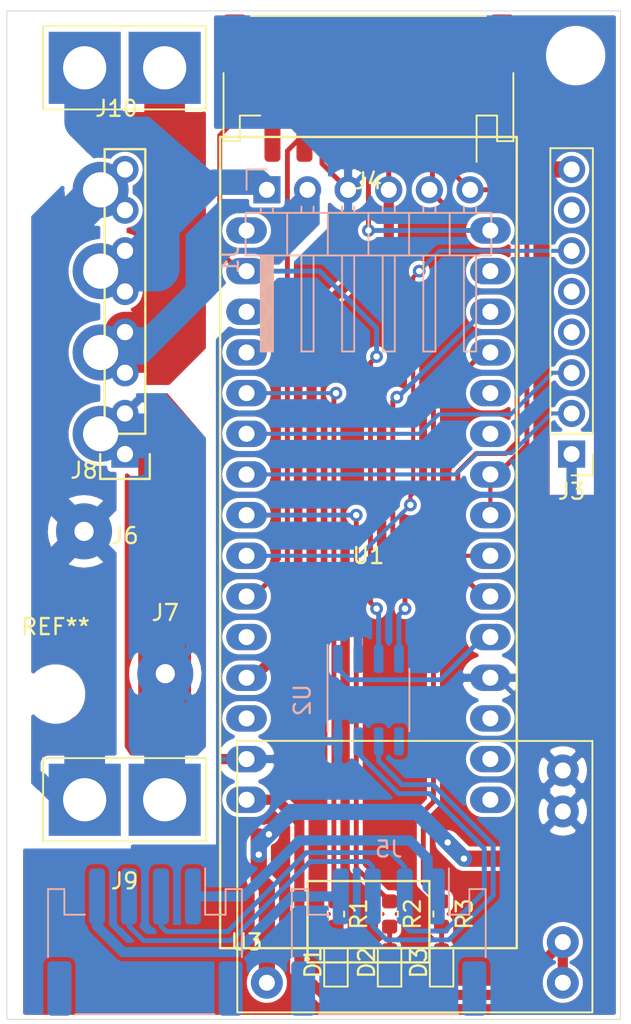
<source format=kicad_pcb>
(kicad_pcb (version 20171130) (host pcbnew "(5.1.4)-1")
  (layers (0 F.Cu signal) (31 B.Cu signal) (34 B.Paste user hide) (35 F.Paste user hide) (36 B.SilkS user hide) (37 F.SilkS user hide) (38 B.Mask user) (39 F.Mask user hide) (44 Edge.Cuts user))
  (net 0 "")
  (net 1 +3V3)
  (net 2 "Net-(D1-Pad2)")
  (net 3 "Net-(D2-Pad2)")
  (net 4 "Net-(D3-Pad2)")
  (net 5 MOTOR_B)
  (net 6 MOTOR_A)
  (net 7 GND)
  (net 8 +5V)
  (net 9 ENC_A)
  (net 10 ENC_B)
  (net 11 "Net-(J2-Pad1)")
  (net 12 "Net-(J2-Pad2)")
  (net 13 "Net-(J2-Pad3)")
  (net 14 "Net-(J2-Pad4)")
  (net 15 DIR)
  (net 16 PWM)
  (net 17 "Net-(J3-Pad4)")
  (net 18 "Net-(J3-Pad5)")
  (net 19 CS)
  (net 20 3v3ref)
  (net 21 VM)
  (net 22 ENC_I)
  (net 23 ANALOG_ENC)
  (net 24 +24V)
  (net 25 LED_R)
  (net 26 LED_YELLOW)
  (net 27 LED_BLUE)
  (net 28 "Net-(U1-Pad1)")
  (net 29 "Net-(U1-Pad2)")
  (net 30 "Net-(U1-Pad3)")
  (net 31 CAN_TX)
  (net 32 "Net-(U1-Pad10)")
  (net 33 "Net-(U1-Pad11)")
  (net 34 CAN_RX)
  (net 35 "Net-(U1-Pad14)")
  (net 36 +7.5V)
  (net 37 "Net-(U1-Pad18)")
  (net 38 "Net-(U1-Pad20)")
  (net 39 "Net-(U1-Pad27)")
  (net 40 "Net-(U1-Pad28)")
  (net 41 "Net-(U1-Pad30)")
  (net 42 "Net-(U2-Pad5)")
  (module STM32:NUCLEO-L432KC (layer F.Cu) (at 157.48 124.46 180)
    (fp_text reference U1 (at 0 -2.54) (layer F.SilkS))
    (fp_text value NUCLEO-L432KC)
    (pad 1 thru_hole oval (at -7.62 -17.78 180) (size 2.54 1.65) (drill 1) (layers *.Cu *.Mask) (net 28 "Net-(U1-Pad1)"))
    (pad 2 thru_hole oval (at -7.62 -15.24 180) (size 2.54 1.65) (drill 1) (layers *.Cu *.Mask) (net 29 "Net-(U1-Pad2)"))
    (pad 3 thru_hole oval (at -7.62 -12.7 180) (size 2.54 1.65) (drill 1) (layers *.Cu *.Mask) (net 30 "Net-(U1-Pad3)"))
    (pad 4 thru_hole oval (at -7.62 -10.16 180) (size 2.54 1.65) (drill 1) (layers *.Cu *.Mask) (net 7 GND))
    (pad 5 thru_hole oval (at -7.62 -7.62 180) (size 2.54 1.65) (drill 1) (layers *.Cu *.Mask) (net 31 CAN_TX))
    (pad 6 thru_hole oval (at -7.62 -5.08 180) (size 2.54 1.65) (drill 1) (layers *.Cu *.Mask) (net 9 ENC_A))
    (pad 7 thru_hole oval (at -7.62 -2.54 180) (size 2.54 1.65) (drill 1) (layers *.Cu *.Mask) (net 9 ENC_A))
    (pad 8 thru_hole oval (at -7.62 0 180) (size 2.54 1.65) (drill 1) (layers *.Cu *.Mask) (net 10 ENC_B))
    (pad 9 thru_hole oval (at -7.62 2.54 180) (size 2.54 1.65) (drill 1) (layers *.Cu *.Mask) (net 10 ENC_B))
    (pad 10 thru_hole oval (at -7.62 5.08 180) (size 2.54 1.65) (drill 1) (layers *.Cu *.Mask) (net 32 "Net-(U1-Pad10)"))
    (pad 11 thru_hole oval (at -7.62 7.62 180) (size 2.54 1.65) (drill 1) (layers *.Cu *.Mask) (net 33 "Net-(U1-Pad11)"))
    (pad 12 thru_hole oval (at -7.62 10.16 180) (size 2.54 1.65) (drill 1) (layers *.Cu *.Mask) (net 27 LED_BLUE))
    (pad 13 thru_hole oval (at -7.62 12.7 180) (size 2.54 1.65) (drill 1) (layers *.Cu *.Mask) (net 34 CAN_RX))
    (pad 14 thru_hole oval (at -7.62 15.24 180) (size 2.54 1.65) (drill 1) (layers *.Cu *.Mask) (net 35 "Net-(U1-Pad14)"))
    (pad 15 thru_hole oval (at -7.62 17.78 180) (size 2.54 1.65) (drill 1) (layers *.Cu *.Mask) (net 22 ENC_I))
    (pad 16 thru_hole oval (at 7.62 -17.78 180) (size 2.54 1.65) (drill 1) (layers *.Cu *.Mask) (net 36 +7.5V))
    (pad 17 thru_hole oval (at 7.62 -15.24 180) (size 2.54 1.65) (drill 1) (layers *.Cu *.Mask) (net 7 GND))
    (pad 18 thru_hole oval (at 7.62 -12.7 180) (size 2.54 1.65) (drill 1) (layers *.Cu *.Mask) (net 37 "Net-(U1-Pad18)"))
    (pad 19 thru_hole oval (at 7.62 -10.16 180) (size 2.54 1.65) (drill 1) (layers *.Cu *.Mask) (net 8 +5V))
    (pad 20 thru_hole oval (at 7.62 -7.62 180) (size 2.54 1.65) (drill 1) (layers *.Cu *.Mask) (net 38 "Net-(U1-Pad20)"))
    (pad 21 thru_hole oval (at 7.62 -5.08 180) (size 2.54 1.65) (drill 1) (layers *.Cu *.Mask) (net 23 ANALOG_ENC))
    (pad 22 thru_hole oval (at 7.62 -2.54 180) (size 2.54 1.65) (drill 1) (layers *.Cu *.Mask) (net 19 CS))
    (pad 23 thru_hole oval (at 7.62 0 180) (size 2.54 1.65) (drill 1) (layers *.Cu *.Mask) (net 26 LED_YELLOW))
    (pad 24 thru_hole oval (at 7.62 2.54 180) (size 2.54 1.65) (drill 1) (layers *.Cu *.Mask) (net 15 DIR))
    (pad 25 thru_hole oval (at 7.62 5.08 180) (size 2.54 1.65) (drill 1) (layers *.Cu *.Mask) (net 16 PWM))
    (pad 26 thru_hole oval (at 7.62 7.62 180) (size 2.54 1.65) (drill 1) (layers *.Cu *.Mask) (net 25 LED_R))
    (pad 27 thru_hole oval (at 7.62 10.16 180) (size 2.54 1.65) (drill 1) (layers *.Cu *.Mask) (net 39 "Net-(U1-Pad27)"))
    (pad 28 thru_hole oval (at 7.62 12.7 180) (size 2.54 1.65) (drill 1) (layers *.Cu *.Mask) (net 40 "Net-(U1-Pad28)"))
    (pad 29 thru_hole oval (at 7.62 15.24 180) (size 2.54 1.65) (drill 1) (layers *.Cu *.Mask) (net 1 +3V3))
    (pad 30 thru_hole oval (at 7.62 17.78 180) (size 2.54 1.65) (drill 1) (layers *.Cu *.Mask) (net 41 "Net-(U1-Pad30)"))
  )
  (module Package_SO:SO-8_3.9x4.9mm_P1.27mm (layer B.Cu) (at 157.48 136.017 270)
    (fp_text reference U2 (at 0 4.13 270) (layer B.SilkS) (effects (justify mirror)))
    (fp_text value SN65HVD231)
    (pad 8 smd roundrect (at 2.575 1.905 270) (size 1.75 0.6) (layers B.Cu B.Paste B.Mask) (net 7 GND))
    (pad 7 smd roundrect (at 2.575 0.635 270) (size 1.75 0.6) (layers B.Cu B.Paste B.Mask) (net 12 "Net-(J2-Pad2)"))
    (pad 6 smd roundrect (at 2.575 -0.635 270) (size 1.75 0.6) (layers B.Cu B.Paste B.Mask) (net 13 "Net-(J2-Pad3)"))
    (pad 5 smd roundrect (at 2.575 -1.905 270) (size 1.75 0.6) (layers B.Cu B.Paste B.Mask) (net 42 "Net-(U2-Pad5)"))
    (pad 4 smd roundrect (at -2.575 -1.905 270) (size 1.75 0.6) (layers B.Cu B.Paste B.Mask) (net 34 CAN_RX))
    (pad 3 smd roundrect (at -2.575 -0.635 270) (size 1.75 0.6) (layers B.Cu B.Paste B.Mask) (net 1 +3V3))
    (pad 2 smd roundrect (at -2.575 0.635 270) (size 1.75 0.6) (layers B.Cu B.Paste B.Mask) (net 7 GND))
    (pad 1 smd roundrect (at -2.575 1.905 270) (size 1.75 0.6) (layers B.Cu B.Paste B.Mask) (net 31 CAN_TX))
  )
  (module MountingHole:MountingHole_3.2mm_M3 (layer F.Cu) (at 137.922 135.636)
    (fp_text reference REF** (at 0 -4.2) (layer F.SilkS))
    (fp_text value MountingHole_3.2mm_M3)
    (pad 1 np_thru_hole circle (at 0 0) (size 3.2 3.2) (drill 3.2) (layers *.Cu *.Mask))
  )
  (module MountingHole:MountingHole_3.2mm_M3 (layer F.Cu) (at 170.434 95.758)
    (fp_text reference REF** (at 0 -4.2) (layer F.SilkS))
    (fp_text value MountingHole_3.2mm_M3)
    (pad 1 np_thru_hole circle (at 0 0) (size 3.2 3.2) (drill 3.2) (layers *.Cu *.Mask))
  )
  (module Connector_PinHeader_2.54mm:PinHeader_1x06_P2.54mm_Horizontal (layer B.Cu) (at 151.13 104.14 270)
    (fp_text reference J1 (at 4.385 2.27 270) (layer B.SilkS) (effects (justify mirror)))
    (fp_text value BOTLAND_MOTOR)
    (pad 1 thru_hole rect (at 0 0 270) (size 1.7 1.7) (drill 1) (layers *.Cu *.Mask) (net 5 MOTOR_B))
    (pad 2 thru_hole oval (at 0 -2.54 270) (size 1.7 1.7) (drill 1) (layers *.Cu *.Mask) (net 6 MOTOR_A))
    (pad 3 thru_hole oval (at 0 -5.08 270) (size 1.7 1.7) (drill 1) (layers *.Cu *.Mask) (net 7 GND))
    (pad 4 thru_hole oval (at 0 -7.62 270) (size 1.7 1.7) (drill 1) (layers *.Cu *.Mask) (net 8 +5V))
    (pad 5 thru_hole oval (at 0 -10.16 270) (size 1.7 1.7) (drill 1) (layers *.Cu *.Mask) (net 9 ENC_A))
    (pad 6 thru_hole oval (at 0 -12.7 270) (size 1.7 1.7) (drill 1) (layers *.Cu *.Mask) (net 10 ENC_B))
  )
  (module Connector_JST:JST_PH_S7B-PH-SM4-TB_1x07-1MP_P2.00mm_Horizontal (layer F.Cu) (at 157.48 97.79 180)
    (fp_text reference J4 (at 0 -5.8) (layer F.SilkS))
    (fp_text value ENCODER)
    (pad 1 smd roundrect (at -6 -2.85 180) (size 1 3.5) (layers F.Cu F.Paste F.Mask) (net 8 +5V))
    (pad 2 smd roundrect (at -4 -2.85 180) (size 1 3.5) (layers F.Cu F.Paste F.Mask) (net 9 ENC_A))
    (pad 3 smd roundrect (at -2 -2.85 180) (size 1 3.5) (layers F.Cu F.Paste F.Mask) (net 10 ENC_B))
    (pad 4 smd roundrect (at 0 -2.85 180) (size 1 3.5) (layers F.Cu F.Paste F.Mask) (net 22 ENC_I))
    (pad 5 smd roundrect (at 2 -2.85 180) (size 1 3.5) (layers F.Cu F.Paste F.Mask) (net 1 +3V3))
    (pad 6 smd roundrect (at 4 -2.85 180) (size 1 3.5) (layers F.Cu F.Paste F.Mask) (net 23 ANALOG_ENC))
    (pad 7 smd roundrect (at 6 -2.85 180) (size 1 3.5) (layers F.Cu F.Paste F.Mask) (net 7 GND))
    (pad MP smd roundrect (at -8.35 2.9 180) (size 1.5 3.4) (layers F.Cu F.Paste F.Mask) (roundrect_rratio 0.166667))
    (pad MP smd roundrect (at 8.35 2.9 180) (size 1.5 3.4) (layers F.Cu F.Paste F.Mask) (roundrect_rratio 0.166667))
  )
  (module LED_SMD:LED_0603_1608Metric (layer F.Cu) (at 155.448 152.4255 90)
    (fp_text reference D1 (at 0 -1.43 90) (layer F.SilkS))
    (fp_text value RED)
    (pad 1 smd roundrect (at -0.7875 0 90) (size 0.875 0.95) (layers F.Cu F.Paste F.Mask) (net 7 GND))
    (pad 2 smd roundrect (at 0.7875 0 90) (size 0.875 0.95) (layers F.Cu F.Paste F.Mask) (net 2 "Net-(D1-Pad2)"))
  )
  (module LED_SMD:LED_0603_1608Metric (layer F.Cu) (at 158.801001 152.4255 90)
    (fp_text reference D2 (at 0 -1.43 90) (layer F.SilkS))
    (fp_text value YELLOW)
    (pad 2 smd roundrect (at 0.7875 0 90) (size 0.875 0.95) (layers F.Cu F.Paste F.Mask) (net 3 "Net-(D2-Pad2)"))
    (pad 1 smd roundrect (at -0.7875 0 90) (size 0.875 0.95) (layers F.Cu F.Paste F.Mask) (net 7 GND))
  )
  (module LED_SMD:LED_0603_1608Metric (layer F.Cu) (at 162.052 152.4255 90)
    (fp_text reference D3 (at 0 -1.43 90) (layer F.SilkS))
    (fp_text value BLUE)
    (pad 1 smd roundrect (at -0.7875 0 90) (size 0.875 0.95) (layers F.Cu F.Paste F.Mask) (net 7 GND))
    (pad 2 smd roundrect (at 0.7875 0 90) (size 0.875 0.95) (layers F.Cu F.Paste F.Mask) (net 4 "Net-(D3-Pad2)"))
  )
  (module Connector_JST:JST_PH_S4B-PH-SM4-TB_1x04-1MP_P2.00mm_Horizontal (layer B.Cu) (at 143.51 151.13 180)
    (fp_text reference J2 (at 16.129 10.287) (layer B.SilkS) (effects (justify mirror)))
    (fp_text value CAN1)
    (pad 1 smd roundrect (at -3 2.85 180) (size 1 3.5) (layers B.Cu B.Paste B.Mask) (net 11 "Net-(J2-Pad1)"))
    (pad 2 smd roundrect (at -1 2.85 180) (size 1 3.5) (layers B.Cu B.Paste B.Mask) (net 12 "Net-(J2-Pad2)"))
    (pad 3 smd roundrect (at 1 2.85 180) (size 1 3.5) (layers B.Cu B.Paste B.Mask) (net 13 "Net-(J2-Pad3)"))
    (pad 4 smd roundrect (at 3 2.85 180) (size 1 3.5) (layers B.Cu B.Paste B.Mask) (net 14 "Net-(J2-Pad4)"))
    (pad MP smd roundrect (at -5.35 -2.9 180) (size 1.5 3.4) (layers B.Cu B.Paste B.Mask) (roundrect_rratio 0.166667))
    (pad MP smd roundrect (at 5.35 -2.9 180) (size 1.5 3.4) (layers B.Cu B.Paste B.Mask) (roundrect_rratio 0.166667))
  )
  (module pololu:Pin_Header_Straight_1x08_Pitch2.54mm (layer F.Cu) (at 170.18 120.65 180)
    (fp_text reference J3 (at 0 -2.33) (layer F.SilkS))
    (fp_text value POLOLU_SIG)
    (pad 1 thru_hole rect (at 0 0 180) (size 1.7 1.7) (drill 1) (layers *.Cu *.Mask) (net 7 GND))
    (pad 2 thru_hole oval (at 0 2.54 180) (size 1.7 1.7) (drill 1) (layers *.Cu *.Mask) (net 15 DIR))
    (pad 3 thru_hole oval (at 0 5.08 180) (size 1.7 1.7) (drill 1) (layers *.Cu *.Mask) (net 16 PWM))
    (pad 4 thru_hole oval (at 0 7.62 180) (size 1.7 1.7) (drill 1) (layers *.Cu *.Mask) (net 17 "Net-(J3-Pad4)"))
    (pad 5 thru_hole oval (at 0 10.16 180) (size 1.7 1.7) (drill 1) (layers *.Cu *.Mask) (net 18 "Net-(J3-Pad5)"))
    (pad 6 thru_hole oval (at 0 12.7 180) (size 1.7 1.7) (drill 1) (layers *.Cu *.Mask) (net 19 CS))
    (pad 7 thru_hole oval (at 0 15.24 180) (size 1.7 1.7) (drill 1) (layers *.Cu *.Mask) (net 20 3v3ref))
    (pad 8 thru_hole oval (at 0 17.78 180) (size 1.7 1.7) (drill 1) (layers *.Cu *.Mask) (net 21 VM))
  )
  (module Connector_JST:JST_PH_S4B-PH-SM4-TB_1x04-1MP_P2.00mm_Horizontal (layer B.Cu) (at 158.75 151.13 180)
    (fp_text reference J5 (at 0 5.8) (layer B.SilkS) (effects (justify mirror)))
    (fp_text value CAN2)
    (pad MP smd roundrect (at 5.35 -2.9 180) (size 1.5 3.4) (layers B.Cu B.Paste B.Mask) (roundrect_rratio 0.166667))
    (pad MP smd roundrect (at -5.35 -2.9 180) (size 1.5 3.4) (layers B.Cu B.Paste B.Mask) (roundrect_rratio 0.166667))
    (pad 4 smd roundrect (at 3 2.85 180) (size 1 3.5) (layers B.Cu B.Paste B.Mask) (net 14 "Net-(J2-Pad4)"))
    (pad 3 smd roundrect (at 1 2.85 180) (size 1 3.5) (layers B.Cu B.Paste B.Mask) (net 13 "Net-(J2-Pad3)"))
    (pad 2 smd roundrect (at -1 2.85 180) (size 1 3.5) (layers B.Cu B.Paste B.Mask) (net 12 "Net-(J2-Pad2)"))
    (pad 1 smd roundrect (at -3 2.85 180) (size 1 3.5) (layers B.Cu B.Paste B.Mask) (net 11 "Net-(J2-Pad1)"))
  )
  (module pololu:Pin_Header_Pololu_OUT (layer F.Cu) (at 142.26 120.65 180)
    (fp_text reference J6 (at 0 -5.1) (layer F.SilkS))
    (fp_text value POLOLU_POW)
    (pad 4 thru_hole circle (at 1.524 16.51 180) (size 3.5 3.5) (drill 2.2) (layers *.Cu *.Mask) (net 24 +24V))
    (pad 3 thru_hole circle (at 1.524 11.43 180) (size 3.5 3.5) (drill 2.2) (layers *.Cu *.Mask) (net 5 MOTOR_B))
    (pad 2 thru_hole circle (at 1.524 6.35 180) (size 3.5 3.5) (drill 2.2) (layers *.Cu *.Mask) (net 6 MOTOR_A))
    (pad 4 thru_hole circle (at 0 17.78 180) (size 1.7 1.7) (drill 1.016) (layers *.Cu *.Mask) (net 24 +24V))
    (pad 4 thru_hole circle (at 0 15.24 180) (size 1.7 1.7) (drill 1.016) (layers *.Cu *.Mask) (net 24 +24V))
    (pad 3 thru_hole circle (at 0 12.7 180) (size 1.7 1.7) (drill 1.016) (layers *.Cu *.Mask) (net 5 MOTOR_B))
    (pad 3 thru_hole circle (at 0 10.16 180) (size 1.7 1.7) (drill 1.016) (layers *.Cu *.Mask) (net 5 MOTOR_B))
    (pad 2 thru_hole circle (at 0 7.62 180) (size 1.7 1.7) (drill 1.016) (layers *.Cu *.Mask) (net 6 MOTOR_A))
    (pad 1 thru_hole rect (at 0 0 180) (size 1.7 1.7) (drill 1.016) (layers *.Cu *.Mask) (net 7 GND))
    (pad 1 thru_hole circle (at 0 2.54 180) (size 1.7 1.7) (drill 1.016) (layers *.Cu *.Mask) (net 7 GND))
    (pad 2 thru_hole circle (at 0 5.08 180) (size 1.7 1.7) (drill 1.016) (layers *.Cu *.Mask) (net 6 MOTOR_A))
    (pad 1 thru_hole circle (at 1.524 1.27 180) (size 3.5 3.5) (drill 2.2) (layers *.Cu *.Mask) (net 7 GND))
  )
  (module Connector_Wire:SolderWirePad_1x01_Drill1.2mm (layer F.Cu) (at 144.78 134.366)
    (fp_text reference J7 (at 0 -3.81) (layer F.SilkS))
    (fp_text value CAP-)
    (pad 1 thru_hole circle (at 0 0) (size 3.50012 3.50012) (drill 1.19888) (layers *.Cu *.Mask) (net 7 GND))
  )
  (module Connector_Wire:SolderWirePad_1x01_Drill1.2mm (layer F.Cu) (at 139.7 125.476)
    (fp_text reference J8 (at 0 -3.81) (layer F.SilkS))
    (fp_text value CAP+)
    (pad 1 thru_hole circle (at 0 0) (size 3.50012 3.50012) (drill 1.19888) (layers *.Cu *.Mask) (net 24 +24V))
  )
  (module Resistor_SMD:R_0603_1608Metric (layer F.Cu) (at 155.448 149.3775 270)
    (fp_text reference R1 (at 0 -1.43 90) (layer F.SilkS))
    (fp_text value R)
    (pad 1 smd roundrect (at -0.7875 0 270) (size 0.875 0.95) (layers F.Cu F.Paste F.Mask) (net 25 LED_R))
    (pad 2 smd roundrect (at 0.7875 0 270) (size 0.875 0.95) (layers F.Cu F.Paste F.Mask) (net 2 "Net-(D1-Pad2)"))
  )
  (module Resistor_SMD:R_0603_1608Metric (layer F.Cu) (at 158.806999 149.3775 270)
    (fp_text reference R2 (at 0 -1.43 90) (layer F.SilkS))
    (fp_text value R)
    (pad 2 smd roundrect (at 0.7875 0 270) (size 0.875 0.95) (layers F.Cu F.Paste F.Mask) (net 3 "Net-(D2-Pad2)"))
    (pad 1 smd roundrect (at -0.7875 0 270) (size 0.875 0.95) (layers F.Cu F.Paste F.Mask) (net 26 LED_YELLOW))
  )
  (module Resistor_SMD:R_0603_1608Metric (layer F.Cu) (at 162.052 149.3775 270)
    (fp_text reference R3 (at 0 -1.43 90) (layer F.SilkS))
    (fp_text value R)
    (pad 1 smd roundrect (at -0.7875 0 270) (size 0.875 0.95) (layers F.Cu F.Paste F.Mask) (net 27 LED_BLUE))
    (pad 2 smd roundrect (at 0.7875 0 270) (size 0.875 0.95) (layers F.Cu F.Paste F.Mask) (net 4 "Net-(D3-Pad2)"))
  )
  (module d-sun:mp1584 (layer F.Cu) (at 151.13 153.67)
    (fp_text reference U3 (at -1.27 -2.54) (layer F.SilkS))
    (fp_text value step_down_mp1584)
    (pad 2 thru_hole circle (at 0 0) (size 2 2) (drill 1) (layers *.Cu *.Mask) (net 21 VM))
    (pad 3 thru_hole circle (at 18.5 0) (size 2 2) (drill 1) (layers *.Cu *.Mask) (net 36 +7.5V))
    (pad 3 thru_hole circle (at 18.5 -2.54) (size 2 2) (drill 1) (layers *.Cu *.Mask) (net 36 +7.5V))
    (pad 1 thru_hole circle (at 18.5 -10.7) (size 2 2) (drill 1) (layers *.Cu *.Mask) (net 7 GND))
    (pad 1 thru_hole circle (at 18.5 -13.26) (size 2 2) (drill 1) (layers *.Cu *.Mask) (net 7 GND))
  )
  (module XT:XT30_vertical (layer F.Cu) (at 142.24 142.24 180)
    (fp_text reference J9 (at 0 -5.08) (layer F.SilkS))
    (fp_text value BATTERY_IN)
    (pad 1 thru_hole rect (at -2.5 0 180) (size 4.5 4.5) (drill 2.7) (layers *.Cu *.Mask) (net 7 GND))
    (pad 2 thru_hole rect (at 2.5 0 180) (size 4.5 4.5) (drill 2.7) (layers *.Cu *.Mask) (net 24 +24V))
  )
  (module XT:XT30_vertical (layer F.Cu) (at 142.24 96.52)
    (fp_text reference J10 (at -0.508 2.54) (layer F.SilkS))
    (fp_text value MOTOR_OUT)
    (pad 2 thru_hole rect (at 2.5 0) (size 4.5 4.5) (drill 2.7) (layers *.Cu *.Mask) (net 6 MOTOR_A))
    (pad 1 thru_hole rect (at -2.5 0) (size 4.5 4.5) (drill 2.7) (layers *.Cu *.Mask) (net 5 MOTOR_B))
  )
  (gr_line (start 134.874 92.964) (end 135.89 92.964) (layer Edge.Cuts) (width 0.05))
  (gr_line (start 134.874 155.956) (end 135.89 155.956) (layer Edge.Cuts) (width 0.05))
  (gr_line (start 135.89 92.964) (end 173.228 92.964) (layer Edge.Cuts) (width 0.05))
  (gr_line (start 134.874 155.956) (end 134.874 92.964) (layer Edge.Cuts) (width 0.05))
  (gr_line (start 173.228 155.956) (end 135.89 155.956) (layer Edge.Cuts) (width 0.05))
  (gr_line (start 173.228 92.964) (end 173.228 155.956) (layer Edge.Cuts) (width 0.05))
  (segment (start 150.305 109.22) (end 149.86 109.22) (width 0.3048) (layer B.Cu) (net 1))
  (segment (start 149.415 109.22) (end 149.86 109.22) (width 0.3048) (layer F.Cu) (net 1))
  (segment (start 155.48 100.64) (end 155.48 98.838) (width 0.3048) (layer F.Cu) (net 1))
  (segment (start 154.432 97.79) (end 151.13 97.79) (width 0.3048) (layer F.Cu) (net 1))
  (segment (start 151.13 97.79) (end 148.18359 100.73641) (width 0.3048) (layer F.Cu) (net 1))
  (segment (start 148.18359 100.73641) (end 148.18359 107.98859) (width 0.3048) (layer F.Cu) (net 1))
  (segment (start 155.48 98.838) (end 154.432 97.79) (width 0.3048) (layer F.Cu) (net 1))
  (segment (start 148.18359 107.98859) (end 149.415 109.22) (width 0.3048) (layer F.Cu) (net 1))
  (via (at 157.988 130.302) (size 0.8) (drill 0.4) (layers F.Cu B.Cu) (net 1))
  (segment (start 158.115 133.46) (end 158.115 130.429) (width 0.3048) (layer B.Cu) (net 1))
  (segment (start 158.115 130.429) (end 157.988 130.302) (width 0.3048) (layer B.Cu) (net 1))
  (via (at 157.988 114.554) (size 0.8) (drill 0.4) (layers F.Cu B.Cu) (net 1))
  (segment (start 157.988 114.554) (end 157.988 112.776) (width 0.3048) (layer B.Cu) (net 1))
  (segment (start 154.432 109.22) (end 149.86 109.22) (width 0.3048) (layer B.Cu) (net 1))
  (segment (start 157.988 112.776) (end 154.432 109.22) (width 0.3048) (layer B.Cu) (net 1))
  (segment (start 157.607 114.935) (end 157.988 114.554) (width 0.3048) (layer F.Cu) (net 1))
  (segment (start 157.988 130.302) (end 157.607 129.921) (width 0.3048) (layer F.Cu) (net 1))
  (segment (start 157.607 129.921) (end 157.607 114.935) (width 0.3048) (layer F.Cu) (net 1))
  (segment (start 155.448 151.638) (end 155.448 150.165) (width 0.3048) (layer F.Cu) (net 2))
  (segment (start 158.806999 151.632002) (end 158.801001 151.638) (width 0.3048) (layer F.Cu) (net 3))
  (segment (start 158.806999 150.165) (end 158.806999 151.632002) (width 0.3048) (layer F.Cu) (net 3))
  (segment (start 162.052 151.638) (end 162.052 150.165) (width 0.3048) (layer F.Cu) (net 4))
  (segment (start 142.26 107.95) (end 144.018 107.95) (width 0.635) (layer B.Cu) (net 5))
  (segment (start 147.828 104.14) (end 151.13 104.14) (width 0.635) (layer B.Cu) (net 5))
  (segment (start 144.018 107.95) (end 147.828 104.14) (width 0.635) (layer B.Cu) (net 5))
  (segment (start 150.622 103.632) (end 151.13 104.14) (width 1.524) (layer B.Cu) (net 5))
  (segment (start 147.828 103.632) (end 150.622 103.632) (width 1.524) (layer B.Cu) (net 5))
  (segment (start 140.736 109.22) (end 142.24 109.22) (width 1.524) (layer B.Cu) (net 5))
  (segment (start 140.736 109.22) (end 144.272 109.22) (width 2.54) (layer B.Cu) (net 5))
  (segment (start 144.399 109.093) (end 144.399 107.061) (width 2.54) (layer B.Cu) (net 5))
  (segment (start 144.272 109.22) (end 144.399 109.093) (width 2.54) (layer B.Cu) (net 5))
  (segment (start 142.24 109.22) (end 144.399 107.061) (width 1.524) (layer B.Cu) (net 5))
  (segment (start 144.399 107.061) (end 147.828 103.632) (width 1.524) (layer B.Cu) (net 5))
  (segment (start 139.74 96.52) (end 139.74 97.322) (width 1.524) (layer B.Cu) (net 5))
  (segment (start 141.224 98.806) (end 141.224 100.076) (width 1.524) (layer B.Cu) (net 5))
  (segment (start 139.74 97.322) (end 141.224 98.806) (width 1.524) (layer B.Cu) (net 5))
  (segment (start 141.351 100.203) (end 141.224 100.076) (width 2.54) (layer B.Cu) (net 5))
  (segment (start 139.74 99.862) (end 140.743999 100.865999) (width 2.54) (layer B.Cu) (net 5))
  (segment (start 139.74 96.52) (end 139.74 99.862) (width 2.54) (layer B.Cu) (net 5))
  (segment (start 140.743999 100.865999) (end 140.750479 100.865999) (width 2.54) (layer B.Cu) (net 5))
  (segment (start 140.750479 100.865999) (end 141.120479 100.495999) (width 2.54) (layer B.Cu) (net 5))
  (segment (start 141.120479 100.495999) (end 141.351 100.495999) (width 2.54) (layer B.Cu) (net 5))
  (segment (start 141.351 100.495999) (end 141.351 100.203) (width 2.54) (layer B.Cu) (net 5))
  (segment (start 153.67 104.14) (end 152.146 105.664) (width 0.635) (layer B.Cu) (net 6))
  (segment (start 143.630037 113.03) (end 147.574 109.086037) (width 0.635) (layer B.Cu) (net 6))
  (segment (start 142.26 113.03) (end 143.630037 113.03) (width 0.635) (layer B.Cu) (net 6))
  (segment (start 147.574 106.546037) (end 148.836547 105.28349) (width 0.635) (layer B.Cu) (net 6))
  (segment (start 148.836547 105.28349) (end 149.606 105.28349) (width 0.635) (layer B.Cu) (net 6))
  (segment (start 151.93059 105.44859) (end 152.146 105.664) (width 0.3048) (layer B.Cu) (net 6))
  (segment (start 149.7711 105.44859) (end 151.93059 105.44859) (width 0.3048) (layer B.Cu) (net 6))
  (segment (start 149.606 105.28349) (end 149.7711 105.44859) (width 0.3048) (layer B.Cu) (net 6))
  (segment (start 147.574 108.712) (end 147.828 108.712) (width 0.635) (layer B.Cu) (net 6))
  (segment (start 147.574 109.086037) (end 147.574 108.712) (width 0.635) (layer B.Cu) (net 6))
  (segment (start 152.146 105.664) (end 152.146 107.188) (width 0.635) (layer B.Cu) (net 6))
  (segment (start 151.70151 107.63249) (end 151.327473 107.63249) (width 0.635) (layer B.Cu) (net 6))
  (segment (start 152.146 107.188) (end 151.70151 107.63249) (width 0.635) (layer B.Cu) (net 6))
  (segment (start 151.327473 107.63249) (end 151.009963 107.95) (width 0.635) (layer B.Cu) (net 6))
  (segment (start 148.01849 108.712) (end 148.01849 108.641547) (width 0.635) (layer B.Cu) (net 6))
  (segment (start 147.574 108.712) (end 148.01849 108.712) (width 0.635) (layer B.Cu) (net 6))
  (segment (start 148.01849 108.641547) (end 148.710037 107.95) (width 0.635) (layer B.Cu) (net 6))
  (segment (start 148.01849 108.641547) (end 147.574 109.086037) (width 0.635) (layer B.Cu) (net 6))
  (segment (start 148.710037 107.95) (end 151.009963 107.95) (width 0.3048) (layer B.Cu) (net 6))
  (segment (start 147.32 107.442) (end 147.574 107.188) (width 1.524) (layer B.Cu) (net 6))
  (segment (start 147.32 110.190873) (end 147.32 107.442) (width 1.524) (layer B.Cu) (net 6))
  (segment (start 143.210873 114.3) (end 147.32 110.190873) (width 1.524) (layer B.Cu) (net 6))
  (segment (start 140.736 114.3) (end 143.210873 114.3) (width 1.524) (layer B.Cu) (net 6))
  (segment (start 147.574 108.712) (end 147.574 107.188) (width 0.635) (layer B.Cu) (net 6))
  (segment (start 147.574 107.188) (end 147.574 106.546037) (width 0.635) (layer B.Cu) (net 6))
  (segment (start 147.574 107.696) (end 147.954709 108.076709) (width 1.524) (layer B.Cu) (net 6))
  (segment (start 147.574 107.188) (end 147.574 107.696) (width 1.524) (layer B.Cu) (net 6))
  (segment (start 152.14601 107.442571) (end 151.828801 107.75978) (width 1.524) (layer B.Cu) (net 6))
  (segment (start 152.14601 106.866071) (end 152.14601 107.442571) (width 1.524) (layer B.Cu) (net 6))
  (segment (start 153.67 104.14) (end 153.67 105.342081) (width 1.524) (layer B.Cu) (net 6))
  (segment (start 153.67 105.342081) (end 152.14601 106.866071) (width 1.524) (layer B.Cu) (net 6))
  (segment (start 143.53 114.3) (end 140.736 114.3) (width 2.54) (layer F.Cu) (net 6))
  (segment (start 145.542 112.288) (end 143.53 114.3) (width 2.54) (layer F.Cu) (net 6))
  (segment (start 145.542 100.584) (end 145.542 112.288) (width 2.54) (layer F.Cu) (net 6))
  (segment (start 144.74 96.52) (end 144.74 99.782) (width 2.54) (layer F.Cu) (net 6))
  (segment (start 144.74 99.782) (end 145.542 100.584) (width 2.54) (layer F.Cu) (net 6))
  (segment (start 144.8 113.03) (end 145.542 112.288) (width 2.54) (layer F.Cu) (net 6))
  (segment (start 142.26 113.03) (end 144.8 113.03) (width 2.54) (layer F.Cu) (net 6))
  (segment (start 155.360001 103.290001) (end 156.21 104.14) (width 0.3048) (layer F.Cu) (net 7))
  (segment (start 154.57359 102.50359) (end 155.360001 103.290001) (width 0.3048) (layer F.Cu) (net 7))
  (segment (start 154.001896 98.48359) (end 154.57359 99.055284) (width 0.3048) (layer F.Cu) (net 7))
  (segment (start 152.958104 98.48359) (end 154.001896 98.48359) (width 0.3048) (layer F.Cu) (net 7))
  (segment (start 152.05071 99.390984) (end 152.958104 98.48359) (width 0.3048) (layer F.Cu) (net 7))
  (segment (start 154.57359 99.055284) (end 154.57359 102.50359) (width 0.3048) (layer F.Cu) (net 7))
  (segment (start 152.05071 100.06929) (end 152.05071 99.390984) (width 0.3048) (layer F.Cu) (net 7))
  (segment (start 151.48 100.64) (end 152.05071 100.06929) (width 0.3048) (layer F.Cu) (net 7))
  (segment (start 140.736 119.38) (end 143.764 119.38) (width 2.54) (layer B.Cu) (net 7))
  (segment (start 144.74 120.356) (end 144.74 142.24) (width 2.54) (layer B.Cu) (net 7))
  (segment (start 143.764 119.38) (end 144.74 120.356) (width 2.54) (layer B.Cu) (net 7))
  (segment (start 144.74 136.612) (end 144.74 142.24) (width 2.54) (layer F.Cu) (net 7))
  (segment (start 140.736 119.38) (end 144.74 119.38) (width 2.54) (layer F.Cu) (net 7))
  (segment (start 144.74 119.38) (end 144.74 136.612) (width 3.302) (layer F.Cu) (net 7))
  (segment (start 143.764 119.38) (end 144.018 119.38) (width 0.3048) (layer B.Cu) (net 7))
  (segment (start 157.226 116.84) (end 155.91741 118.14859) (width 0.3048) (layer B.Cu) (net 7))
  (segment (start 157.48 102.87) (end 156.21 104.14) (width 0.3048) (layer B.Cu) (net 7))
  (segment (start 165.1 134.62) (end 165.545 134.62) (width 0.3048) (layer B.Cu) (net 7))
  (segment (start 165.545 134.62) (end 169.63 138.705) (width 0.3048) (layer B.Cu) (net 7))
  (segment (start 155.448 153.213) (end 158.801001 153.213) (width 0.3048) (layer F.Cu) (net 7))
  (segment (start 158.801001 153.213) (end 162.052 153.213) (width 0.3048) (layer F.Cu) (net 7))
  (segment (start 155.448 153.213) (end 154.737 153.213) (width 0.3048) (layer F.Cu) (net 7))
  (segment (start 154.737 153.213) (end 154.178 152.654) (width 0.3048) (layer F.Cu) (net 7))
  (segment (start 163.5252 134.62) (end 165.1 134.62) (width 0.3048) (layer B.Cu) (net 7))
  (segment (start 162.844989 135.300211) (end 163.5252 134.62) (width 0.3048) (layer B.Cu) (net 7))
  (segment (start 156.024935 135.300211) (end 162.844989 135.300211) (width 0.3048) (layer B.Cu) (net 7))
  (segment (start 154.813 134.920401) (end 155.645125 134.920401) (width 0.3048) (layer B.Cu) (net 7))
  (segment (start 155.645125 134.920401) (end 156.024935 135.300211) (width 0.3048) (layer B.Cu) (net 7))
  (segment (start 169.63 138.705) (end 169.63 127.042) (width 0.3048) (layer B.Cu) (net 7))
  (segment (start 169.63 127.042) (end 170.18 126.492) (width 0.254) (layer B.Cu) (net 7))
  (segment (start 157.226 116.078) (end 157.226 116.84) (width 0.3048) (layer B.Cu) (net 7))
  (segment (start 156.67941 115.53141) (end 157.226 116.078) (width 0.3048) (layer B.Cu) (net 7))
  (segment (start 148.75559 115.53141) (end 156.67941 115.53141) (width 0.3048) (layer B.Cu) (net 7))
  (segment (start 148.082 140.843) (end 148.209 140.97) (width 0.254) (layer F.Cu) (net 7))
  (segment (start 148.082 139.573) (end 148.209 139.7) (width 0.254) (layer F.Cu) (net 7))
  (segment (start 149.86 139.7) (end 148.336 139.7) (width 0.635) (layer F.Cu) (net 7))
  (segment (start 148.209 139.7) (end 148.336 139.7) (width 0.254) (layer F.Cu) (net 7))
  (segment (start 148.336 139.573) (end 148.082 139.319) (width 0.254) (layer F.Cu) (net 7))
  (segment (start 148.336 139.7) (end 148.336 139.573) (width 0.254) (layer F.Cu) (net 7))
  (segment (start 148.082 138.557) (end 148.082 139.319) (width 0.254) (layer F.Cu) (net 7))
  (segment (start 148.082 139.319) (end 148.082 139.573) (width 0.254) (layer F.Cu) (net 7))
  (segment (start 148.336 139.827) (end 148.082 140.081) (width 0.254) (layer F.Cu) (net 7))
  (segment (start 148.336 139.7) (end 148.336 139.827) (width 0.254) (layer F.Cu) (net 7))
  (segment (start 148.082 139.573) (end 148.082 140.081) (width 0.254) (layer F.Cu) (net 7))
  (segment (start 148.082 140.081) (end 148.082 140.843) (width 0.254) (layer F.Cu) (net 7))
  (segment (start 148.082 139.954) (end 148.336 139.7) (width 0.254) (layer B.Cu) (net 7))
  (segment (start 148.082 141.478) (end 148.082 139.954) (width 0.254) (layer B.Cu) (net 7))
  (segment (start 148.082 139.446) (end 148.336 139.7) (width 0.254) (layer B.Cu) (net 7))
  (segment (start 148.082 139.954) (end 148.082 139.446) (width 0.254) (layer B.Cu) (net 7))
  (segment (start 148.082 139.446) (end 148.082 138.811) (width 0.254) (layer B.Cu) (net 7))
  (segment (start 148.59 139.7) (end 149.86 139.7) (width 0.254) (layer B.Cu) (net 7))
  (segment (start 148.336 139.7) (end 148.59 139.7) (width 0.254) (layer B.Cu) (net 7))
  (segment (start 170.18 120.65) (end 170.18 123.952) (width 0.635) (layer B.Cu) (net 7))
  (segment (start 170.18 126.492) (end 170.18 123.952) (width 0.254) (layer B.Cu) (net 7))
  (segment (start 170.18 120.65) (end 170.18 124.079) (width 0.635) (layer F.Cu) (net 7))
  (segment (start 170.942 144.282) (end 169.63 142.97) (width 0.3048) (layer F.Cu) (net 7))
  (segment (start 162.052 153.213) (end 170.942 144.323) (width 0.3048) (layer F.Cu) (net 7))
  (segment (start 170.942 144.323) (end 170.942 144.282) (width 0.3048) (layer F.Cu) (net 7))
  (segment (start 170.91 141.69) (end 169.63 140.41) (width 0.3048) (layer B.Cu) (net 7))
  (segment (start 169.63 142.97) (end 170.91 141.69) (width 0.3048) (layer B.Cu) (net 7))
  (segment (start 171.022 139.018) (end 169.63 140.41) (width 0.3048) (layer B.Cu) (net 7))
  (segment (start 169.63 138.705) (end 170.709 138.705) (width 0.3048) (layer B.Cu) (net 7))
  (segment (start 170.709 138.705) (end 171.022 139.018) (width 0.3048) (layer B.Cu) (net 7))
  (segment (start 158.794401 115.271599) (end 157.226 116.84) (width 0.3048) (layer B.Cu) (net 7))
  (segment (start 158.794401 111.804401) (end 158.794401 115.271599) (width 0.3048) (layer B.Cu) (net 7))
  (segment (start 155.360001 108.370001) (end 158.794401 111.804401) (width 0.3048) (layer B.Cu) (net 7))
  (segment (start 155.360001 106.386999) (end 155.360001 108.370001) (width 0.3048) (layer B.Cu) (net 7))
  (segment (start 156.21 104.14) (end 156.21 105.537) (width 0.3048) (layer B.Cu) (net 7))
  (segment (start 156.21 105.537) (end 155.360001 106.386999) (width 0.3048) (layer B.Cu) (net 7))
  (segment (start 156.845 131.572) (end 156.718 131.445) (width 0.3048) (layer B.Cu) (net 7))
  (segment (start 156.845 133.46) (end 156.845 131.572) (width 0.3048) (layer B.Cu) (net 7))
  (segment (start 156.718 131.445) (end 155.708478 131.445) (width 0.3048) (layer B.Cu) (net 7))
  (segment (start 155.708478 131.445) (end 154.813 132.340478) (width 0.3048) (layer B.Cu) (net 7))
  (segment (start 154.813 132.340478) (end 154.813 134.874) (width 0.3048) (layer B.Cu) (net 7))
  (segment (start 155.575 135.636) (end 155.575 138.303) (width 0.3048) (layer B.Cu) (net 7))
  (segment (start 154.813 134.874) (end 155.575 135.636) (width 0.3048) (layer B.Cu) (net 7))
  (segment (start 154.051 138.303) (end 153.924 138.176) (width 0.3048) (layer B.Cu) (net 7))
  (segment (start 154.051 138.557) (end 154.051 138.303) (width 0.3048) (layer B.Cu) (net 7))
  (segment (start 152.908 139.7) (end 149.86 139.7) (width 0.3048) (layer B.Cu) (net 7))
  (segment (start 154.859401 134.920401) (end 154.893599 134.920401) (width 0.3048) (layer B.Cu) (net 7))
  (segment (start 154.813 134.874) (end 154.859401 134.920401) (width 0.3048) (layer B.Cu) (net 7))
  (segment (start 154.893599 134.920401) (end 153.797 136.017) (width 0.3048) (layer B.Cu) (net 7))
  (segment (start 153.797 136.017) (end 153.797 138.557) (width 0.3048) (layer B.Cu) (net 7))
  (segment (start 153.797 138.557) (end 153.924 138.684) (width 0.3048) (layer B.Cu) (net 7))
  (segment (start 153.924 138.684) (end 152.908 139.7) (width 0.3048) (layer B.Cu) (net 7))
  (segment (start 153.924 135.763) (end 154.813 134.874) (width 0.3048) (layer B.Cu) (net 7))
  (segment (start 154.051 138.43) (end 153.924 138.303) (width 0.3048) (layer B.Cu) (net 7))
  (segment (start 153.924 138.303) (end 153.924 135.763) (width 0.3048) (layer B.Cu) (net 7))
  (segment (start 158.75 102.937919) (end 158.75 104.14) (width 0.3048) (layer F.Cu) (net 8))
  (segment (start 158.38641 102.574329) (end 158.75 102.937919) (width 0.3048) (layer F.Cu) (net 8))
  (segment (start 158.958104 98.48359) (end 158.38641 99.055284) (width 0.3048) (layer F.Cu) (net 8))
  (segment (start 160.167828 98.48359) (end 158.958104 98.48359) (width 0.3048) (layer F.Cu) (net 8))
  (segment (start 162.233362 97.92478) (end 160.726638 97.92478) (width 0.3048) (layer F.Cu) (net 8))
  (segment (start 163.48 99.171418) (end 162.233362 97.92478) (width 0.3048) (layer F.Cu) (net 8))
  (segment (start 158.38641 99.055284) (end 158.38641 102.574329) (width 0.3048) (layer F.Cu) (net 8))
  (segment (start 160.726638 97.92478) (end 160.167828 98.48359) (width 0.3048) (layer F.Cu) (net 8))
  (segment (start 163.48 100.64) (end 163.48 99.171418) (width 0.3048) (layer F.Cu) (net 8))
  (segment (start 158.75 107.442) (end 158.75 104.14) (width 0.635) (layer F.Cu) (net 8))
  (segment (start 153.924 112.268) (end 158.75 107.442) (width 0.635) (layer F.Cu) (net 8))
  (segment (start 153.924 131.001) (end 153.924 112.268) (width 0.635) (layer F.Cu) (net 8))
  (segment (start 149.86 134.62) (end 150.305 134.62) (width 0.635) (layer F.Cu) (net 8))
  (segment (start 150.305 134.62) (end 153.924 131.001) (width 0.635) (layer F.Cu) (net 8))
  (segment (start 161.261724 104.14) (end 161.29 104.14) (width 0.3048) (layer F.Cu) (net 9))
  (segment (start 161.48 103.95) (end 161.29 104.14) (width 0.3048) (layer F.Cu) (net 9))
  (segment (start 161.48 100.64) (end 161.48 103.95) (width 0.3048) (layer F.Cu) (net 9))
  (segment (start 164.655 129.54) (end 165.1 129.54) (width 0.3048) (layer F.Cu) (net 9))
  (segment (start 163.068 127.953) (end 164.655 129.54) (width 0.3048) (layer F.Cu) (net 9))
  (segment (start 164.222114 120.61141) (end 163.068 121.765524) (width 0.3048) (layer F.Cu) (net 9))
  (segment (start 162.59859 105.44859) (end 166.055066 105.44859) (width 0.3048) (layer F.Cu) (net 9))
  (segment (start 166.055066 105.44859) (end 166.77641 106.169934) (width 0.3048) (layer F.Cu) (net 9))
  (segment (start 166.77641 106.169934) (end 166.77641 119.898314) (width 0.3048) (layer F.Cu) (net 9))
  (segment (start 161.29 104.14) (end 162.59859 105.44859) (width 0.3048) (layer F.Cu) (net 9))
  (segment (start 166.77641 119.898314) (end 166.063314 120.61141) (width 0.3048) (layer F.Cu) (net 9))
  (segment (start 166.063314 120.61141) (end 164.222114 120.61141) (width 0.3048) (layer F.Cu) (net 9))
  (segment (start 163.068 121.765524) (end 163.068 124.46) (width 0.3048) (layer F.Cu) (net 9))
  (segment (start 163.068 124.46) (end 163.068 127.953) (width 0.3048) (layer F.Cu) (net 9))
  (segment (start 163.068 127) (end 163.068 124.46) (width 0.254) (layer F.Cu) (net 9))
  (segment (start 165.1 127) (end 163.068 127) (width 0.254) (layer F.Cu) (net 9))
  (segment (start 162.57359 102.88359) (end 162.980001 103.290001) (width 0.3048) (layer F.Cu) (net 10))
  (segment (start 162.980001 103.290001) (end 163.83 104.14) (width 0.3048) (layer F.Cu) (net 10))
  (segment (start 162.57359 99.055284) (end 162.57359 102.88359) (width 0.3048) (layer F.Cu) (net 10))
  (segment (start 160.958104 98.48359) (end 162.001896 98.48359) (width 0.3048) (layer F.Cu) (net 10))
  (segment (start 160.05071 99.390984) (end 160.958104 98.48359) (width 0.3048) (layer F.Cu) (net 10))
  (segment (start 160.05071 100.06929) (end 160.05071 99.390984) (width 0.3048) (layer F.Cu) (net 10))
  (segment (start 162.001896 98.48359) (end 162.57359 99.055284) (width 0.3048) (layer F.Cu) (net 10))
  (segment (start 159.48 100.64) (end 160.05071 100.06929) (width 0.3048) (layer F.Cu) (net 10))
  (segment (start 165.545 121.92) (end 165.1 121.92) (width 0.3048) (layer F.Cu) (net 10))
  (segment (start 167.386 120.079) (end 165.545 121.92) (width 0.3048) (layer F.Cu) (net 10))
  (segment (start 167.386 105.41) (end 167.386 120.079) (width 0.3048) (layer F.Cu) (net 10))
  (segment (start 163.83 104.14) (end 166.116 104.14) (width 0.3048) (layer F.Cu) (net 10))
  (segment (start 166.116 104.14) (end 167.386 105.41) (width 0.3048) (layer F.Cu) (net 10))
  (segment (start 165.1 123.381) (end 165.1 121.92) (width 0.254) (layer F.Cu) (net 10))
  (segment (start 165.1 124.46) (end 165.1 123.381) (width 0.254) (layer F.Cu) (net 10))
  (segment (start 161.17929 147.70929) (end 161.75 148.28) (width 0.635) (layer B.Cu) (net 11))
  (segment (start 161.17929 145.903173) (end 161.17929 147.70929) (width 0.635) (layer B.Cu) (net 11))
  (segment (start 153.162 144.78) (end 160.056118 144.780001) (width 0.635) (layer B.Cu) (net 11))
  (segment (start 149.662 148.28) (end 153.162 144.78) (width 0.635) (layer B.Cu) (net 11))
  (segment (start 146.51 148.28) (end 149.662 148.28) (width 0.635) (layer B.Cu) (net 11))
  (segment (start 160.056118 144.780001) (end 161.17929 145.903173) (width 0.635) (layer B.Cu) (net 11))
  (segment (start 144.51 150.13) (end 144.855768 150.475768) (width 0.3048) (layer B.Cu) (net 12))
  (segment (start 144.855768 150.475768) (end 148.672154 150.475768) (width 0.3048) (layer B.Cu) (net 12))
  (segment (start 148.672154 150.475768) (end 153.605922 145.542) (width 0.3048) (layer B.Cu) (net 12))
  (segment (start 153.605922 145.542) (end 158.862 145.542) (width 0.3048) (layer B.Cu) (net 12))
  (segment (start 158.862 145.542) (end 159.75 146.43) (width 0.3048) (layer B.Cu) (net 12))
  (segment (start 159.75 146.43) (end 159.75 148.28) (width 0.3048) (layer B.Cu) (net 12))
  (segment (start 144.51 148.28) (end 144.51 150.13) (width 0.3048) (layer B.Cu) (net 12))
  (segment (start 161.290001 141.859001) (end 164.719 145.288) (width 0.3048) (layer B.Cu) (net 12))
  (segment (start 164.719 145.288) (end 164.719 147.989306) (width 0.3048) (layer B.Cu) (net 12))
  (segment (start 162.271896 150.43641) (end 160.05641 150.43641) (width 0.3048) (layer B.Cu) (net 12))
  (segment (start 164.719 147.989306) (end 162.271896 150.43641) (width 0.3048) (layer B.Cu) (net 12))
  (segment (start 160.05641 150.43641) (end 159.75 150.13) (width 0.3048) (layer B.Cu) (net 12))
  (segment (start 159.356723 141.859001) (end 161.290001 141.859001) (width 0.3048) (layer B.Cu) (net 12))
  (segment (start 156.845 139.347278) (end 159.356723 141.859001) (width 0.3048) (layer B.Cu) (net 12))
  (segment (start 156.845 138.557) (end 156.845 139.347278) (width 0.3048) (layer B.Cu) (net 12))
  (segment (start 159.75 150.13) (end 159.75 148.28) (width 0.3048) (layer B.Cu) (net 12))
  (segment (start 143.414579 151.034579) (end 142.51 150.13) (width 0.3048) (layer B.Cu) (net 13))
  (segment (start 148.903621 151.034579) (end 143.414579 151.034579) (width 0.3048) (layer B.Cu) (net 13))
  (segment (start 142.51 150.13) (end 142.51 148.28) (width 0.3048) (layer B.Cu) (net 13))
  (segment (start 153.837389 146.100811) (end 148.903621 151.034579) (width 0.3048) (layer B.Cu) (net 13))
  (segment (start 157.420811 146.100811) (end 153.837389 146.100811) (width 0.3048) (layer B.Cu) (net 13))
  (segment (start 157.75 146.43) (end 157.420811 146.100811) (width 0.3048) (layer B.Cu) (net 13))
  (segment (start 157.75 148.28) (end 157.75 146.43) (width 0.3048) (layer B.Cu) (net 13))
  (segment (start 157.75 150.13) (end 157.75 148.28) (width 0.3048) (layer B.Cu) (net 13))
  (segment (start 158.115 139.827) (end 159.58819 141.30019) (width 0.3048) (layer B.Cu) (net 13))
  (segment (start 158.115 138.557) (end 158.115 139.827) (width 0.3048) (layer B.Cu) (net 13))
  (segment (start 159.58819 141.30019) (end 161.521468 141.30019) (width 0.3048) (layer B.Cu) (net 13))
  (segment (start 158.61522 150.99522) (end 157.75 150.13) (width 0.3048) (layer B.Cu) (net 13))
  (segment (start 161.521468 141.30019) (end 165.277811 145.056533) (width 0.3048) (layer B.Cu) (net 13))
  (segment (start 162.503363 150.995221) (end 158.61522 150.99522) (width 0.3048) (layer B.Cu) (net 13))
  (segment (start 165.277811 145.056533) (end 165.27781 148.220774) (width 0.3048) (layer B.Cu) (net 13))
  (segment (start 165.27781 148.220774) (end 162.503363 150.995221) (width 0.3048) (layer B.Cu) (net 13))
  (segment (start 140.51 150.13) (end 140.51 148.28) (width 0.635) (layer B.Cu) (net 14))
  (segment (start 142.13849 151.75849) (end 140.51 150.13) (width 0.635) (layer B.Cu) (net 14))
  (segment (start 149.22751 151.75849) (end 142.13849 151.75849) (width 0.635) (layer B.Cu) (net 14))
  (segment (start 155.75 148.28) (end 152.706 148.28) (width 0.635) (layer B.Cu) (net 14))
  (segment (start 152.706 148.28) (end 149.22751 151.75849) (width 0.635) (layer B.Cu) (net 14))
  (segment (start 164.283435 120.58601) (end 166.43399 120.58601) (width 0.254) (layer B.Cu) (net 15))
  (segment (start 149.86 121.92) (end 162.949445 121.92) (width 0.254) (layer B.Cu) (net 15))
  (segment (start 162.949445 121.92) (end 164.283435 120.58601) (width 0.254) (layer B.Cu) (net 15))
  (segment (start 168.91 118.11) (end 170.18 118.11) (width 0.254) (layer B.Cu) (net 15))
  (segment (start 166.43399 120.58601) (end 168.91 118.11) (width 0.254) (layer B.Cu) (net 15))
  (segment (start 170.18 115.57) (end 168.977919 115.57) (width 0.254) (layer B.Cu) (net 16))
  (segment (start 166.373929 118.17399) (end 161.86101 118.17399) (width 0.254) (layer B.Cu) (net 16))
  (segment (start 168.977919 115.57) (end 166.373929 118.17399) (width 0.254) (layer B.Cu) (net 16))
  (segment (start 160.655 119.38) (end 149.86 119.38) (width 0.254) (layer B.Cu) (net 16))
  (segment (start 161.86101 118.17399) (end 160.655 119.38) (width 0.254) (layer B.Cu) (net 16))
  (via (at 160.655 109.22) (size 0.8) (drill 0.4) (layers F.Cu B.Cu) (net 19))
  (segment (start 161.925 107.95) (end 170.18 107.95) (width 0.254) (layer B.Cu) (net 19))
  (segment (start 160.655 109.22) (end 161.925 107.95) (width 0.254) (layer B.Cu) (net 19))
  (via (at 160.10259 123.825) (size 0.8) (drill 0.4) (layers F.Cu B.Cu) (net 19))
  (segment (start 159.702591 124.224999) (end 160.10259 123.825) (width 0.254) (layer B.Cu) (net 19))
  (segment (start 156.92759 127) (end 159.702591 124.224999) (width 0.254) (layer B.Cu) (net 19))
  (segment (start 149.86 127) (end 156.92759 127) (width 0.254) (layer B.Cu) (net 19))
  (segment (start 160.10259 123.259315) (end 160.10259 123.825) (width 0.254) (layer F.Cu) (net 19))
  (segment (start 160.274 123.087905) (end 160.10259 123.259315) (width 0.254) (layer F.Cu) (net 19))
  (segment (start 160.655 109.22) (end 160.274 109.601) (width 0.254) (layer F.Cu) (net 19))
  (segment (start 160.274 109.601) (end 160.274 123.087905) (width 0.254) (layer F.Cu) (net 19))
  (via (at 163.449 145.923) (size 0.8) (drill 0.4) (layers F.Cu B.Cu) (net 21))
  (via (at 151.257 144.399) (size 0.8) (drill 0.4) (layers F.Cu B.Cu) (net 21))
  (segment (start 151.13 153.67) (end 151.13 147.701) (width 1.016) (layer F.Cu) (net 21))
  (segment (start 151.13 147.701) (end 150.622 147.193) (width 1.016) (layer F.Cu) (net 21))
  (via (at 150.622 145.669) (size 0.8) (drill 0.4) (layers F.Cu B.Cu) (net 21))
  (segment (start 150.622 147.193) (end 150.622 145.669) (width 1.016) (layer F.Cu) (net 21))
  (segment (start 150.622 145.669) (end 150.622 144.526) (width 1.016) (layer F.Cu) (net 21))
  (via (at 162.433 144.907) (size 0.8) (drill 0.4) (layers F.Cu B.Cu) (net 21))
  (segment (start 163.449 145.923) (end 162.433 144.907) (width 1.016) (layer F.Cu) (net 21))
  (segment (start 163.449 145.923) (end 162.433 144.907) (width 1.016) (layer B.Cu) (net 21))
  (segment (start 168.977919 102.87) (end 170.18 102.87) (width 1.016) (layer F.Cu) (net 21))
  (segment (start 165.989 145.923) (end 167.513 144.399) (width 1.016) (layer F.Cu) (net 21))
  (segment (start 163.449 145.923) (end 165.989 145.923) (width 1.016) (layer F.Cu) (net 21))
  (segment (start 167.513 144.399) (end 167.513 137.922) (width 1.016) (layer F.Cu) (net 21))
  (segment (start 167.513 137.922) (end 168.30041 137.13459) (width 1.016) (layer F.Cu) (net 21))
  (segment (start 168.30041 137.13459) (end 168.30041 103.547509) (width 1.016) (layer F.Cu) (net 21))
  (segment (start 168.30041 103.547509) (end 168.977919 102.87) (width 1.016) (layer F.Cu) (net 21))
  (segment (start 150.622 145.034) (end 150.622 145.669) (width 1.016) (layer B.Cu) (net 21))
  (segment (start 152.654 143.002) (end 150.622 145.034) (width 1.016) (layer B.Cu) (net 21))
  (segment (start 162.433 144.907) (end 160.528 143.002) (width 1.016) (layer B.Cu) (net 21))
  (segment (start 160.528 143.002) (end 152.654 143.002) (width 1.016) (layer B.Cu) (net 21))
  (segment (start 157.48 100.64) (end 157.48 104.729474) (width 0.3048) (layer F.Cu) (net 22))
  (via (at 157.48 106.68) (size 0.8) (drill 0.4) (layers F.Cu B.Cu) (net 22))
  (segment (start 157.48 104.729474) (end 157.48 106.68) (width 0.3048) (layer F.Cu) (net 22))
  (segment (start 157.48 106.68) (end 165.1 106.68) (width 0.3048) (layer B.Cu) (net 22))
  (segment (start 150.305 129.54) (end 149.86 129.54) (width 0.3048) (layer F.Cu) (net 23))
  (segment (start 152.413599 127.431401) (end 150.305 129.54) (width 0.3048) (layer F.Cu) (net 23))
  (segment (start 153.48 100.64) (end 152.413599 101.706401) (width 0.3048) (layer F.Cu) (net 23))
  (segment (start 152.413599 101.706401) (end 152.413599 127.431401) (width 0.3048) (layer F.Cu) (net 23))
  (segment (start 140.736 104.14) (end 138.45 106.426) (width 2.54) (layer B.Cu) (net 24))
  (segment (start 140.736 104.14) (end 138.45 106.426) (width 2.54) (layer F.Cu) (net 24))
  (segment (start 139.7 125.476) (end 137.668 123.444) (width 1.524) (layer F.Cu) (net 24))
  (segment (start 139.7 125.476) (end 137.949941 127.226059) (width 1.524) (layer F.Cu) (net 24))
  (segment (start 139.7 125.476) (end 141.224 127) (width 1.016) (layer F.Cu) (net 24))
  (segment (start 139.7 125.476) (end 141.224 123.952) (width 1.016) (layer F.Cu) (net 24))
  (segment (start 139.74 138.212) (end 139.704 138.176) (width 2.54) (layer F.Cu) (net 24))
  (segment (start 139.74 142.24) (end 138.176 142.24) (width 1.016) (layer F.Cu) (net 24))
  (segment (start 138.176 142.24) (end 137.16 141.224) (width 1.016) (layer F.Cu) (net 24))
  (segment (start 139.7 125.476) (end 141.224 123.952) (width 1.016) (layer B.Cu) (net 24))
  (segment (start 139.7 125.476) (end 141.224 127) (width 1.016) (layer B.Cu) (net 24))
  (segment (start 139.7 125.476) (end 137.949941 123.725941) (width 1.524) (layer B.Cu) (net 24))
  (segment (start 139.7 125.476) (end 137.668 127.508) (width 1.524) (layer B.Cu) (net 24))
  (segment (start 139.74 142.24) (end 138.176 142.24) (width 1.016) (layer B.Cu) (net 24))
  (segment (start 138.176 142.24) (end 136.906 140.97) (width 1.016) (layer B.Cu) (net 24))
  (segment (start 142.006 102.87) (end 140.736 104.14) (width 0.3048) (layer B.Cu) (net 24))
  (segment (start 142.26 102.87) (end 142.006 102.87) (width 0.3048) (layer B.Cu) (net 24))
  (segment (start 142.006 105.41) (end 140.736 104.14) (width 0.3048) (layer B.Cu) (net 24))
  (segment (start 142.26 105.41) (end 142.006 105.41) (width 0.3048) (layer B.Cu) (net 24))
  (segment (start 139.74 142.24) (end 139.74 139.152) (width 2.54) (layer F.Cu) (net 24))
  (segment (start 139.74 142.24) (end 139.74 138.212) (width 2.54) (layer B.Cu) (net 24))
  (via (at 155.448 116.839986) (size 0.8) (drill 0.4) (layers F.Cu B.Cu) (net 25))
  (segment (start 155.447986 116.84) (end 155.448 116.839986) (width 0.254) (layer B.Cu) (net 25))
  (segment (start 149.86 116.84) (end 155.447986 116.84) (width 0.254) (layer B.Cu) (net 25))
  (segment (start 155.321 116.966986) (end 155.448 116.839986) (width 0.3048) (layer F.Cu) (net 25))
  (segment (start 155.448 148.59) (end 155.321 148.463) (width 0.3048) (layer F.Cu) (net 25))
  (segment (start 155.321 148.463) (end 155.321 116.966986) (width 0.3048) (layer F.Cu) (net 25))
  (via (at 156.718 124.46001) (size 0.8) (drill 0.4) (layers F.Cu B.Cu) (net 26))
  (segment (start 149.86 124.46) (end 156.71799 124.46) (width 0.3048) (layer B.Cu) (net 26))
  (segment (start 156.71799 124.46) (end 156.718 124.46001) (width 0.3048) (layer B.Cu) (net 26))
  (segment (start 158.806999 148.59) (end 156.718 146.501001) (width 0.3048) (layer F.Cu) (net 26))
  (segment (start 156.718 146.501001) (end 156.718 125.025695) (width 0.3048) (layer F.Cu) (net 26))
  (segment (start 156.718 125.025695) (end 156.718 124.46001) (width 0.3048) (layer F.Cu) (net 26))
  (segment (start 164.655 114.3) (end 165.1 114.3) (width 0.3048) (layer F.Cu) (net 27))
  (segment (start 161.544 117.411) (end 164.655 114.3) (width 0.3048) (layer F.Cu) (net 27))
  (segment (start 161.544 142.367) (end 161.544 117.411) (width 0.3048) (layer F.Cu) (net 27))
  (segment (start 160.909 143.002) (end 161.544 142.367) (width 0.3048) (layer F.Cu) (net 27))
  (segment (start 162.052 148.59) (end 160.909 147.447) (width 0.3048) (layer F.Cu) (net 27))
  (segment (start 160.909 147.447) (end 160.909 143.002) (width 0.3048) (layer F.Cu) (net 27))
  (segment (start 164.655 132.08) (end 165.1 132.08) (width 0.3048) (layer B.Cu) (net 31))
  (segment (start 161.993599 134.741401) (end 164.655 132.08) (width 0.3048) (layer B.Cu) (net 31))
  (segment (start 156.256401 134.741401) (end 161.993599 134.741401) (width 0.3048) (layer B.Cu) (net 31))
  (segment (start 155.575 134.06) (end 156.256401 134.741401) (width 0.3048) (layer B.Cu) (net 31))
  (segment (start 155.575 133.46) (end 155.575 134.06) (width 0.3048) (layer B.Cu) (net 31))
  (segment (start 164.655 111.76) (end 165.1 111.76) (width 0.3048) (layer B.Cu) (net 34))
  (via (at 159.258 117.094) (size 0.8) (drill 0.4) (layers F.Cu B.Cu) (net 34))
  (segment (start 164.655 111.76) (end 159.321 117.094) (width 0.3048) (layer B.Cu) (net 34))
  (segment (start 159.321 117.094) (end 159.258 117.094) (width 0.3048) (layer B.Cu) (net 34))
  (via (at 159.766 130.302) (size 0.8) (drill 0.4) (layers F.Cu B.Cu) (net 34))
  (segment (start 159.385 130.683) (end 159.385 133.46) (width 0.3048) (layer B.Cu) (net 34))
  (segment (start 159.766 130.302) (end 159.385 130.683) (width 0.3048) (layer B.Cu) (net 34))
  (segment (start 159.766 129.413) (end 159.766 130.302) (width 0.3048) (layer F.Cu) (net 34))
  (segment (start 159.004 128.651) (end 159.766 129.413) (width 0.3048) (layer F.Cu) (net 34))
  (segment (start 159.258 117.094) (end 159.004 117.348) (width 0.3048) (layer F.Cu) (net 34))
  (segment (start 159.004 117.348) (end 159.004 128.651) (width 0.3048) (layer F.Cu) (net 34))
  (segment (start 169.63 151.13) (end 169.63 153.67) (width 0.635) (layer F.Cu) (net 36))
  (segment (start 153.162 152.908) (end 154.686 154.432) (width 0.635) (layer F.Cu) (net 36))
  (segment (start 149.86 142.24) (end 151.765 142.24) (width 0.635) (layer F.Cu) (net 36))
  (segment (start 151.765 142.24) (end 153.162 143.637) (width 0.635) (layer F.Cu) (net 36))
  (segment (start 168.630001 152.129999) (end 169.63 151.13) (width 0.635) (layer F.Cu) (net 36))
  (segment (start 166.328 154.432) (end 168.630001 152.129999) (width 0.635) (layer F.Cu) (net 36))
  (segment (start 154.686 154.432) (end 166.328 154.432) (width 0.635) (layer F.Cu) (net 36))
  (segment (start 153.162 143.637) (end 153.162 152.908) (width 0.635) (layer F.Cu) (net 36))
  (zone (net 6) (net_name MOTOR_A) (layer B.Cu) (connect_pads (clearance 0.254)) (min_thickness 0.254) (fill yes (arc_segments 32) (thermal_gap 0.508) (thermal_bridge_width 0.508))
    (polygon (pts (xy 154.432 104.775) (xy 153.67 104.394) (xy 152.146 104.394) (xy 148.336 104.648) (xy 146.05 106.934) (xy 146.05 112.522) (xy 149.352 109.22) (xy 151.511 109.22) (xy 154.432 106.299)))
  )
  (zone (net 5) (net_name MOTOR_B) (layer B.Cu) (connect_pads (clearance 0.254)) (min_thickness 0.254) (fill yes (arc_segments 32) (thermal_gap 0.508) (thermal_bridge_width 0.508))
    (polygon (pts (xy 140.208 109.855) (xy 140.716 108.585) (xy 140.97 102.87) (xy 139.446 101.346) (xy 139.446 98.552) (xy 141.732 98.552) (xy 142.748 99.568) (xy 143.764 99.568) (xy 147.828 103.124) (xy 145.034 106.68) (xy 143.51 108.966)))
  )
  (zone (net 6) (net_name MOTOR_A) (layer F.Cu) (connect_pads (clearance 0.254)) (min_thickness 0.254) (fill yes (arc_segments 32) (thermal_gap 0.508) (thermal_bridge_width 0.508))
    (polygon (pts (xy 142.24 116.332) (xy 145.034 116.332) (xy 147.32 114.046) (xy 147.32 98.552) (xy 142.494 98.552) (xy 142.24 113.538)))
  )
  (zone (net 24) (net_name +24V) (layer F.Cu) (connect_pads (clearance 0.254)) (min_thickness 0.254) (fill yes (arc_segments 32) (thermal_gap 0.508) (thermal_bridge_width 0.508))
    (polygon (pts (xy 137.922 142.748) (xy 136.398 141.224) (xy 136.4615 105.7275) (xy 139.7635 102.489) (xy 142.367 102.616) (xy 141.732 103.886) (xy 140.716 104.14) (xy 140.716 120.396) (xy 141.732 121.158) (xy 141.732 142.748)))
  )
  (zone (net 24) (net_name +24V) (layer B.Cu) (connect_pads (clearance 0.254)) (min_thickness 0.254) (fill yes (arc_segments 32) (thermal_gap 0.508) (thermal_bridge_width 0.508))
    (polygon (pts (xy 137.922 142.748) (xy 136.398 141.224) (xy 136.398 105.791) (xy 140.589 101.6) (xy 141.732 101.6) (xy 141.732 103.886) (xy 140.716 104.14) (xy 140.716 120.396) (xy 141.732 121.158) (xy 141.732 142.748)))
  )
  (zone (net 7) (net_name GND) (layer B.Cu) (connect_pads (clearance 0.254)) (min_thickness 0.254) (fill yes (arc_segments 32) (thermal_gap 0.508) (thermal_bridge_width 0.508))
    (polygon (pts (xy 142.494 120.904) (xy 142.494 138.938) (xy 142.748 139.7) (xy 142.748 140.208) (xy 146.812 140.208) (xy 146.558 139.954) (xy 146.558 139.7) (xy 147.32 138.938) (xy 147.32 121.158) (xy 147.32 119.634) (xy 144.78 116.84) (xy 142.24 116.84)))
  )
  (zone (net 7) (net_name GND) (layer F.Cu) (connect_pads (clearance 0.254)) (min_thickness 0.254) (fill yes (arc_segments 32) (thermal_gap 0.508) (thermal_bridge_width 0.508))
    (polygon (pts (xy 142.24 120.904) (xy 142.24 138.938) (xy 142.748 139.7) (xy 142.748 140.208) (xy 146.812 140.208) (xy 146.558 139.954) (xy 146.558 139.7) (xy 147.32 138.938) (xy 147.32 121.158) (xy 147.32 119.634) (xy 144.907 116.84) (xy 142.24 116.84)))
  )
  (zone (net 7) (net_name GND) (layer F.Cu) (connect_pads (clearance 0.254)) (min_thickness 0.254) (fill yes (arc_segments 32) (thermal_gap 0.508) (thermal_bridge_width 0.508))
    (polygon (pts (xy 147.828 92.964) (xy 172.212 92.964) (xy 173.228 92.964) (xy 173.228 155.956) (xy 135.89 155.956) (xy 135.89 145.288) (xy 147.955 145.288) (xy 147.955 113.538) (xy 154.94 106.553) (xy 154.94 102.616) (xy 152.654 100.33) (xy 147.828 100.33)))
  )
  (zone (net 7) (net_name GND) (layer B.Cu) (connect_pads (clearance 0.254)) (min_thickness 0.254) (fill yes (arc_segments 32) (thermal_gap 0.508) (thermal_bridge_width 0.508))
    (polygon (pts (xy 147.828 92.964) (xy 172.212 92.964) (xy 173.228 92.964) (xy 173.228 155.956) (xy 135.89 155.956) (xy 135.89 145.288) (xy 142.621 145.288) (xy 142.621 145.034) (xy 147.955 145.034) (xy 147.939125 113.4745) (xy 154.97175 106.4895) (xy 154.94 102.616) (xy 152.654 100.33) (xy 147.828 100.33)))
  )
  (zone (net 0) (net_name "") (layers F&B.Cu) (connect_pads (clearance 0.254)) (min_thickness 0.254)
    (keepout (tracks allowed) (vias allowed) (copperpour not_allowed))
    (fill (arc_segments 32) (thermal_gap 0.508) (thermal_bridge_width 0.508))
    (polygon (pts (xy 168.783 119.253) (xy 171.577 119.253) (xy 171.577 123.19) (xy 168.783 123.19)))
  )
)
</source>
